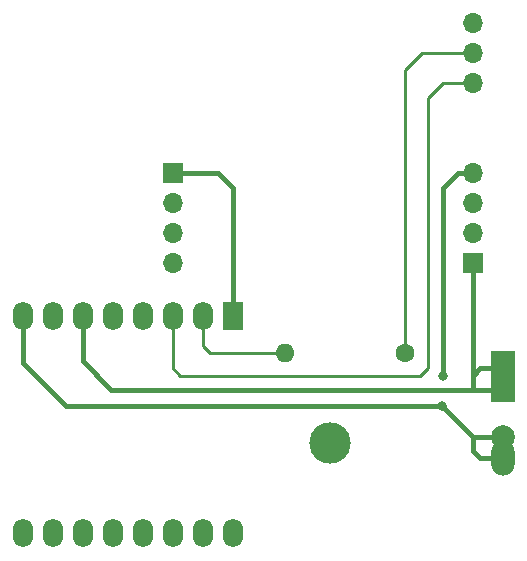
<source format=gtl>
G04 #@! TF.GenerationSoftware,KiCad,Pcbnew,8.0.2*
G04 #@! TF.CreationDate,2024-05-19T16:48:41+02:00*
G04 #@! TF.ProjectId,BulkyModem Module Audio,42756c6b-794d-46f6-9465-6d204d6f6475,rev?*
G04 #@! TF.SameCoordinates,Original*
G04 #@! TF.FileFunction,Copper,L1,Top*
G04 #@! TF.FilePolarity,Positive*
%FSLAX46Y46*%
G04 Gerber Fmt 4.6, Leading zero omitted, Abs format (unit mm)*
G04 Created by KiCad (PCBNEW 8.0.2) date 2024-05-19 16:48:41*
%MOMM*%
%LPD*%
G01*
G04 APERTURE LIST*
G04 #@! TA.AperFunction,ComponentPad*
%ADD10C,3.500000*%
G04 #@! TD*
G04 #@! TA.AperFunction,ComponentPad*
%ADD11R,1.700000X2.400000*%
G04 #@! TD*
G04 #@! TA.AperFunction,ComponentPad*
%ADD12O,1.700000X2.400000*%
G04 #@! TD*
G04 #@! TA.AperFunction,ComponentPad*
%ADD13R,1.700000X1.700000*%
G04 #@! TD*
G04 #@! TA.AperFunction,ComponentPad*
%ADD14O,1.700000X1.700000*%
G04 #@! TD*
G04 #@! TA.AperFunction,ComponentPad*
%ADD15R,2.000000X3.000000*%
G04 #@! TD*
G04 #@! TA.AperFunction,ComponentPad*
%ADD16R,2.000000X2.000000*%
G04 #@! TD*
G04 #@! TA.AperFunction,ComponentPad*
%ADD17C,2.000000*%
G04 #@! TD*
G04 #@! TA.AperFunction,ComponentPad*
%ADD18O,2.000000X3.000000*%
G04 #@! TD*
G04 #@! TA.AperFunction,ComponentPad*
%ADD19C,1.600000*%
G04 #@! TD*
G04 #@! TA.AperFunction,ComponentPad*
%ADD20O,1.600000X1.600000*%
G04 #@! TD*
G04 #@! TA.AperFunction,ViaPad*
%ADD21C,0.800000*%
G04 #@! TD*
G04 #@! TA.AperFunction,Conductor*
%ADD22C,0.381000*%
G04 #@! TD*
G04 #@! TA.AperFunction,Conductor*
%ADD23C,0.250000*%
G04 #@! TD*
G04 APERTURE END LIST*
D10*
X148710000Y-115864000D03*
D11*
X140455000Y-105069000D03*
D12*
X137915000Y-105069000D03*
X135375000Y-105069000D03*
X132835000Y-105069000D03*
X130295000Y-105069000D03*
X127755000Y-105069000D03*
X125215000Y-105069000D03*
X122675000Y-105069000D03*
X122675000Y-123484000D03*
X125215000Y-123484000D03*
X127755000Y-123484000D03*
X130295000Y-123484000D03*
X132835000Y-123484000D03*
X135375000Y-123484000D03*
X137915000Y-123484000D03*
X140455000Y-123484000D03*
D13*
X135375000Y-93004000D03*
D14*
X135375000Y-95544000D03*
X135375000Y-98084000D03*
X135375000Y-100624000D03*
X160775000Y-85384000D03*
X160775000Y-82844000D03*
X160775000Y-80304000D03*
D13*
X160775000Y-100624000D03*
D14*
X160775000Y-98084000D03*
X160775000Y-95544000D03*
X160775000Y-93004000D03*
D15*
X163315000Y-109514000D03*
D16*
X163315000Y-111324000D03*
D17*
X163315000Y-115304000D03*
D18*
X163315000Y-117114000D03*
D19*
X155060000Y-108244000D03*
D20*
X144900000Y-108244000D03*
D21*
X158235000Y-110149000D03*
X158197500Y-112726500D03*
D22*
X158160000Y-112689000D02*
X160775000Y-115304000D01*
X126335000Y-112689000D02*
X158160000Y-112689000D01*
X122675000Y-105069000D02*
X122675000Y-109029000D01*
X122675000Y-109029000D02*
X126335000Y-112689000D01*
X140455000Y-94274000D02*
X140455000Y-105069000D01*
X139185000Y-93004000D02*
X140455000Y-94274000D01*
X135375000Y-93004000D02*
X139185000Y-93004000D01*
D23*
X156965000Y-86654000D02*
X158235000Y-85384000D01*
X135375000Y-105069000D02*
X135375000Y-109514000D01*
X158235000Y-85384000D02*
X160775000Y-85384000D01*
X156330000Y-110149000D02*
X156965000Y-109514000D01*
X135375000Y-109514000D02*
X136010000Y-110149000D01*
X156965000Y-109514000D02*
X156965000Y-86654000D01*
X136010000Y-110149000D02*
X156330000Y-110149000D01*
D22*
X160775000Y-111324000D02*
X160775000Y-110149000D01*
X127755000Y-105069000D02*
X127755000Y-108879000D01*
X156330000Y-111324000D02*
X160775000Y-111324000D01*
X160775000Y-110149000D02*
X160775000Y-100624000D01*
X130200000Y-111324000D02*
X156330000Y-111324000D01*
X161410000Y-109514000D02*
X163315000Y-109514000D01*
X127755000Y-108879000D02*
X130200000Y-111324000D01*
X160775000Y-110149000D02*
X161410000Y-109514000D01*
X160775000Y-111324000D02*
X163315000Y-111324000D01*
D23*
X137915000Y-105069000D02*
X137915000Y-107609000D01*
X137915000Y-107609000D02*
X138550000Y-108244000D01*
X138550000Y-108244000D02*
X144900000Y-108244000D01*
D22*
X158235000Y-94274000D02*
X159505000Y-93004000D01*
X160775000Y-115304000D02*
X160775000Y-116499000D01*
X158235000Y-110149000D02*
X158235000Y-94274000D01*
X160775000Y-116499000D02*
X161390000Y-117114000D01*
X159505000Y-93004000D02*
X160775000Y-93004000D01*
X160775000Y-115304000D02*
X163315000Y-115304000D01*
X161390000Y-117114000D02*
X163315000Y-117114000D01*
D23*
X156457000Y-82844000D02*
X160775000Y-82844000D01*
X155060000Y-84241000D02*
X156457000Y-82844000D01*
X155060000Y-108244000D02*
X155060000Y-84241000D01*
M02*

</source>
